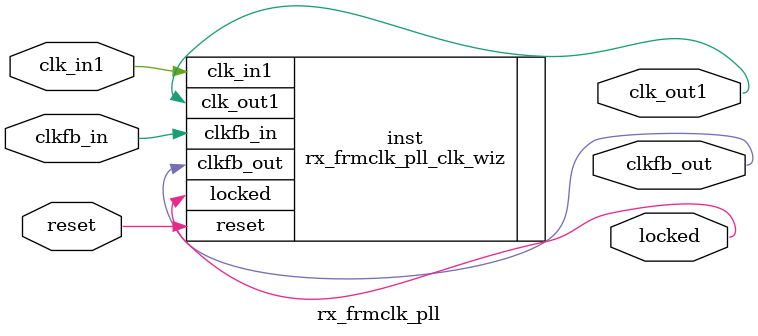
<source format=v>


`timescale 1ps/1ps

(* CORE_GENERATION_INFO = "rx_frmclk_pll,clk_wiz_v6_0_11_0_0,{component_name=rx_frmclk_pll,use_phase_alignment=true,use_min_o_jitter=false,use_max_i_jitter=false,use_dyn_phase_shift=false,use_inclk_switchover=false,use_dyn_reconfig=false,enable_axi=0,feedback_source=FDBK_ONCHIP,PRIMITIVE=MMCM,num_out_clk=1,clkin1_period=8.333,clkin2_period=10.000,use_power_down=false,use_reset=true,use_locked=true,use_inclk_stopped=false,feedback_type=SINGLE,CLOCK_MGR_TYPE=NA,manual_override=false}" *)

module rx_frmclk_pll 
 (
  input         clkfb_in,
  // Clock out ports
  output        clk_out1,
  output        clkfb_out,
  // Status and control signals
  input         reset,
  output        locked,
 // Clock in ports
  input         clk_in1
 );

  rx_frmclk_pll_clk_wiz inst
  (
  .clkfb_in(clkfb_in),
  // Clock out ports  
  .clk_out1(clk_out1),
  .clkfb_out(clkfb_out),
  // Status and control signals               
  .reset(reset), 
  .locked(locked),
 // Clock in ports
  .clk_in1(clk_in1)
  );

endmodule

</source>
